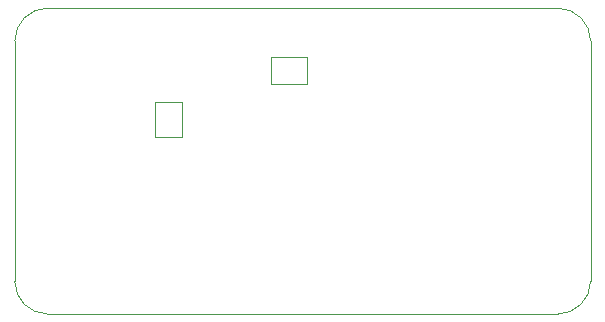
<source format=gbr>
%TF.GenerationSoftware,KiCad,Pcbnew,(7.0.0)*%
%TF.CreationDate,2023-05-29T03:25:23+05:30*%
%TF.ProjectId,sat-pcb,7361742d-7063-4622-9e6b-696361645f70,rev?*%
%TF.SameCoordinates,Original*%
%TF.FileFunction,Other,User*%
%FSLAX46Y46*%
G04 Gerber Fmt 4.6, Leading zero omitted, Abs format (unit mm)*
G04 Created by KiCad (PCBNEW (7.0.0)) date 2023-05-29 03:25:23*
%MOMM*%
%LPD*%
G01*
G04 APERTURE LIST*
%ADD10C,0.050000*%
G04 APERTURE END LIST*
D10*
%TO.C,A1*%
X118300000Y-66630000D02*
X161480000Y-66630000D01*
X164270000Y-69420000D02*
X164270000Y-89740000D01*
X115510000Y-89740000D02*
X115510000Y-69420000D01*
X161480000Y-92530000D02*
X118300000Y-92530000D01*
X164270000Y-69420000D02*
G75*
G03*
X161480000Y-66630000I-2790000J0D01*
G01*
X118300000Y-66630000D02*
G75*
G03*
X115510000Y-69420000I0J-2790000D01*
G01*
X161480000Y-92530000D02*
G75*
G03*
X164270000Y-89740000I0J2790000D01*
G01*
X115510000Y-89740000D02*
G75*
G03*
X118300000Y-92530000I2790000J0D01*
G01*
%TO.C,VIN1*%
X140250000Y-70750000D02*
X137250000Y-70750000D01*
X137250000Y-70750000D02*
X137250000Y-73050000D01*
X140250000Y-73050000D02*
X140250000Y-70750000D01*
X137250000Y-73050000D02*
X140250000Y-73050000D01*
%TO.C,J3*%
X127400000Y-74575000D02*
X127400000Y-77575000D01*
X127400000Y-77575000D02*
X129700000Y-77575000D01*
X129700000Y-74575000D02*
X127400000Y-74575000D01*
X129700000Y-77575000D02*
X129700000Y-74575000D01*
%TD*%
M02*

</source>
